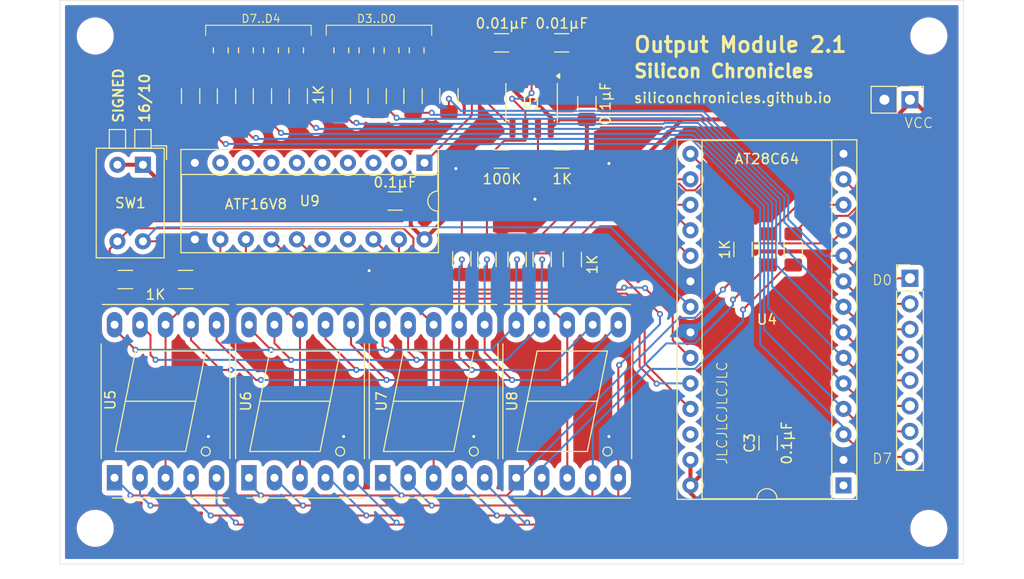
<source format=kicad_pcb>
(kicad_pcb (version 20240108) (generator "pcbnew") (generator_version "8.0")
  (title_block (title "Display Module") (date "2024-06-23") (rev "2.1") (company "Silicon Chronicles"))
  (layers (0 "F.Cu" signal) (31 "B.Cu" signal) (34 "B.Paste" user) (35 "F.Paste" user) (36 "B.SilkS" user "B.Silkscreen") (37 "F.SilkS" user "F.Silkscreen") (38 "B.Mask" user) (39 "F.Mask" user) (44 "Edge.Cuts" user))
  (net 0 "")
  (net 1 "GND")
  (net 2 "Net-(U1-THR)")
  (net 3 "Net-(U1-CV)")
  (net 4 "D6")
  (net 5 "D1")
  (net 6 "D3")
  (net 7 "D5")
  (net 8 "D0")
  (net 9 "D7")
  (net 10 "D4")
  (net 11 "D2")
  (net 12 "Net-(D1-A)")
  (net 13 "Net-(D2-A)")
  (net 14 "VCC")
  (net 15 "Net-(U1-DIS)")
  (net 16 "Net-(U9-IO8)")
  (net 17 "Net-(D3-A)")
  (net 18 "Net-(U9-IO7)")
  (net 19 "Net-(D4-A)")
  (net 20 "Net-(U9-IO6)")
  (net 21 "Net-(D5-A)")
  (net 22 "Net-(D6-A)")
  (net 23 "Net-(U9-IO5)")
  (net 24 "Net-(U1-Q)")
  (net 25 "/SEG.F")
  (net 26 "/SEG.DP")
  (net 27 "/SEG.G")
  (net 28 "/SEG.E")
  (net 29 "/SEG.D")
  (net 30 "/SEG.C")
  (net 31 "/SEG.B")
  (net 34 "/SEG.A")
  (net 35 "Net-(U4-A8)")
  (net 36 "Net-(U4-A9)")
  (net 47 "Net-(D7-A)")
  (net 48 "Net-(D8-A)")
  (net 49 "Net-(U4-A11)")
  (net 50 "Net-(U4-A10)")
  (net 51 "Net-(U4-I{slash}O0)")
  (net 52 "Net-(U4-I{slash}O1)")
  (net 53 "Net-(U4-I{slash}O2)")
  (net 54 "Net-(U4-I{slash}O3)")
  (net 55 "Net-(U4-I{slash}O4)")
  (net 56 "Net-(U4-I{slash}O5)")
  (net 57 "Net-(U4-I{slash}O6)")
  (net 58 "Net-(U4-I{slash}O7)")
  (footprint "Capacitor_SMD:C_0805_2012Metric_Pad1.18x1.45mm_HandSolder" (layer "F.Cu") (at 73.5 33.185716 -90)
    (property "Reference" "D5" (hide yes))
    (property "Value" "LED" (hide yes))
  )
  (footprint "Package_SO:SOIC-8_3.9x4.9mm_P1.27mm" (layer "F.Cu") (at 96.95 38.4325 -90)
    (property "Reference" "U1")
    (property "Value" "7555")
  )
  (footprint "footprint-library:7SegmentLED_generic" (layer "F.Cu") (at 55.42 75.74 90)
    (property "Reference" "U5")
    (property "Value" "HDSP-7503" (hide yes))
  )
  (footprint "MountingHole:MountingHole_3.2mm_M3" (layer "F.Cu") (at 53.5 80.772)
    (property "Reference" "REF**" (hide yes))
    (property "Value" "MountingHole_3.2mm_M3")
  )
  (footprint "Capacitor_SMD:C_0805_2012Metric_Pad1.18x1.45mm_HandSolder" (layer "F.Cu") (at 66 33.185716 -90)
    (property "Reference" "D8" (hide yes))
    (property "Value" "LED" (hide yes))
  )
  (footprint "Resistor_SMD:R_1206_3216Metric_Pad1.30x1.75mm_HandSolder" (layer "F.Cu") (at 73.714288 37.735716 90)
    (property "Reference" "R17" (hide yes))
    (property "Value" "1K")
  )
  (footprint "Package_DIP:DIP-20_W7.62mm_Socket" (layer "F.Cu") (at 86.28 44.38 -90)
    (property "Reference" "U9")
    (property "Value" "ATF16V8")
  )
  (footprint "footprint-library:7SegmentLED_generic" (layer "F.Cu") (at 68.806666 75.74 90)
    (property "Reference" "U6")
    (property "Value" "HDSP-7503" (hide yes))
  )
  (footprint "Capacitor_SMD:C_1206_3216Metric_Pad1.33x1.80mm_HandSolder" (layer "F.Cu") (at 120.5 72.28125 90)
    (property "Reference" "C3")
    (property "Value" "0.1µF")
  )
  (footprint "Capacitor_SMD:C_0805_2012Metric_Pad1.18x1.45mm_HandSolder" (layer "F.Cu") (at 68.5 33.185716 -90)
    (property "Reference" "D7" (hide yes))
    (property "Value" "LED" (hide yes))
  )
  (footprint "Capacitor_SMD:C_0805_2012Metric_Pad1.18x1.45mm_HandSolder" (layer "F.Cu") (at 85.5 33.185716 -90)
    (property "Reference" "D1" (hide yes))
    (property "Value" "LED" (hide yes))
  )
  (footprint "Connector_PinHeader_2.54mm:PinHeader_1x02_P2.54mm_Vertical" (layer "F.Cu") (at 134.62 38.1 -90)
    (property "Reference" "J3" (hide yes))
    (property "Value" "Conn_01x02_Pin" (hide yes))
  )
  (footprint "Resistor_SMD:R_1206_3216Metric_Pad1.30x1.75mm_HandSolder" (layer "F.Cu") (at 123 53 -90)
    (property "Reference" "R5" (hide yes))
    (property "Value" "1K")
  )
  (footprint "Resistor_SMD:R_1206_3216Metric_Pad1.30x1.75mm_HandSolder" (layer "F.Cu") (at 78 37.735716 90)
    (property "Reference" "R16" (hide yes))
    (property "Value" "1K")
  )
  (footprint "Resistor_SMD:R_1206_3216Metric_Pad1.30x1.75mm_HandSolder" (layer "F.Cu") (at 90 53.95 -90)
    (property "Reference" "R9" (hide yes))
    (property "Value" "1K")
  )
  (footprint "Resistor_SMD:R_1206_3216Metric_Pad1.30x1.75mm_HandSolder" (layer "F.Cu") (at 120.5 53 -90)
    (property "Reference" "R4" (hide yes))
    (property "Value" "1K")
  )
  (footprint "Resistor_SMD:R_1206_3216Metric_Pad1.30x1.75mm_HandSolder" (layer "F.Cu") (at 92.5 54 -90)
    (property "Reference" "R6" (hide yes))
    (property "Value" "1K")
  )
  (footprint "Capacitor_SMD:C_0805_2012Metric_Pad1.18x1.45mm_HandSolder" (layer "F.Cu") (at 80.5 33.185716 -90)
    (property "Reference" "D3" (hide yes))
    (property "Value" "LED" (hide yes))
  )
  (footprint "Capacitor_SMD:C_0805_2012Metric_Pad1.18x1.45mm_HandSolder" (layer "F.Cu") (at 83 33.185716 -90)
    (property "Reference" "D2" (hide yes))
    (property "Value" "LED" (hide yes))
  )
  (footprint "footprint-library:7SegmentLED_generic" (layer "F.Cu") (at 82.113332 75.74 90)
    (property "Reference" "U7")
    (property "Value" "HDSP-7503" (hide yes))
  )
  (footprint "Resistor_SMD:R_1206_3216Metric_Pad1.30x1.75mm_HandSolder" (layer "F.Cu") (at 99.95 44 180)
    (property "Reference" "R1" (hide yes))
    (property "Value" "1K")
  )
  (footprint "Resistor_SMD:R_1206_3216Metric_Pad1.30x1.75mm_HandSolder" (layer "F.Cu") (at 70.14286 37.735716 90)
    (property "Reference" "R18" (hide yes))
    (property "Value" "1K")
  )
  (footprint "Resistor_SMD:R_1206_3216Metric_Pad1.30x1.75mm_HandSolder" (layer "F.Cu") (at 88.714284 37.735716 90)
    (property "Reference" "R13" (hide yes))
    (property "Value" "1K")
  )
  (footprint "Resistor_SMD:R_1206_3216Metric_Pad1.30x1.75mm_HandSolder" (layer "F.Cu") (at 56.5 56)
    (property "Reference" "R7" (hide yes))
    (property "Value" "1K")
  )
  (footprint "Capacitor_SMD:C_1206_3216Metric_Pad1.33x1.80mm_HandSolder" (layer "F.Cu") (at 99.95 32.4325)
    (property "Reference" "C1" (hide yes))
    (property "Value" "0.01µF")
  )
  (footprint "MountingHole:MountingHole_3.2mm_M3" (layer "F.Cu") (at 136.5 80.772)
    (property "Reference" "REF**" (hide yes))
    (property "Value" "MountingHole_3.2mm_M3")
  )
  (footprint "footprint-library:7SegmentLED_generic" (layer "F.Cu") (at 95.42 75.74 90)
    (property "Reference" "U8")
    (property "Value" "HDSP-7503" (hide yes))
  )
  (footprint "Resistor_SMD:R_1206_3216Metric_Pad1.30x1.75mm_HandSolder" (layer "F.Cu") (at 81.571428 37.735716 90)
    (property "Reference" "R15" (hide yes))
    (property "Value" "1K")
  )
  (footprint "Package_DIP:DIP-28_W15.24mm_Socket" (layer "F.Cu") (at 128 76.5 180)
    (property "Reference" "U4")
    (property "Value" "AT28C64")
  )
  (footprint "Capacitor_SMD:C_1206_3216Metric_Pad1.33x1.80mm_HandSolder" (layer "F.Cu") (at 93.95 32.4325)
    (property "Reference" "C2" (hide yes))
    (property "Value" "0.01µF")
  )
  (footprint "Capacitor_SMD:C_1206_3216Metric_Pad1.33x1.80mm_HandSolder" (layer "F.Cu") (at 102.45 38.495 90)
    (property "Reference" "C4" (hide yes))
    (property "Value" "0.1µF")
  )
  (footprint "Resistor_SMD:R_1206_3216Metric_Pad1.30x1.75mm_HandSolder" (layer "F.Cu") (at 95.5 54 -90)
    (property "Reference" "R11" (hide yes))
    (property "Value" "1K")
  )
  (footprint "Capacitor_SMD:C_1206_3216Metric_Pad1.33x1.80mm_HandSolder" (layer "F.Cu") (at 83.355 48.18 180)
    (property "Reference" "C5" (hide yes))
    (property "Value" "0.1µF")
  )
  (footprint "Resistor_SMD:R_1206_3216Metric_Pad1.30x1.75mm_HandSolder" (layer "F.Cu") (at 62.5 56 180)
    (property "Reference" "R8" (hide yes))
    (property "Value" "1K")
  )
  (footprint "MountingHole:MountingHole_3.2mm_M3" (layer "F.Cu") (at 53.5 31.75)
    (property "Reference" "REF**" (hide yes))
    (property "Value" "MountingHole_3.2mm_M3")
  )
  (footprint "Resistor_SMD:R_1206_3216Metric_Pad1.30x1.75mm_HandSolder" (layer "F.Cu") (at 93.95 44)
    (property "Reference" "R2" (hide yes))
    (property "Value" "100K")
  )
  (footprint "Button_Switch_THT:SW_DIP_SPSTx02_Piano_10.8x6.64mm_W7.62mm_P2.54mm" (layer "F.Cu") (at 58.25 44.575 -90)
    (property "Reference" "SW1")
    (property "Value" "SW_DIP_x02")
  )
  (footprint "Resistor_SMD:R_1206_3216Metric_Pad1.30x1.75mm_HandSolder" (layer "F.Cu") (at 118 53 -90)
    (property "Reference" "R3" (hide yes))
    (property "Value" "1K")
  )
  (footprint "Resistor_SMD:R_1206_3216Metric" (layer "F.Cu") (at 63 37.735716 90)
    (property "Reference" "R20" (hide yes))
    (property "Value" "1K")
  )
  (footprint "Resistor_SMD:R_1206_3216Metric_Pad1.30x1.75mm_HandSolder" (layer "F.Cu") (at 98 54 -90)
    (property "Reference" "R10" (hide yes))
    (property "Value" "1K")
  )
  (footprint "Capacitor_SMD:C_0805_2012Metric_Pad1.18x1.45mm_HandSolder" (layer "F.Cu") (at 71 33.185716 -90)
    (property "Reference" "D6" (hide yes))
    (property "Value" "LED" (hide yes))
  )
  (footprint "Resistor_SMD:R_1206_3216Metric_Pad1.30x1.75mm_HandSolder" (layer "F.Cu") (at 66.571432 37.735716 90)
    (property "Reference" "R19" (hide yes))
    (property "Value" "1K")
  )
  (footprint "Connector_PinHeader_2.54mm:PinHeader_1x08_P2.54mm_Vertical" (layer "F.Cu") (at 134.62 55.88)
    (property "Reference" "J1" (hide yes))
    (property "Value" "Conn_01x08_Pin" (hide yes))
  )
  (footprint "Capacitor_SMD:C_0805_2012Metric_Pad1.18x1.45mm_HandSolder" (layer "F.Cu") (at 78 33.185716 -90)
    (property "Reference" "D4" (hide yes))
    (property "Value" "LED" (hide yes))
  )
  (footprint "Resistor_SMD:R_1206_3216Metric_Pad1.30x1.75mm_HandSolder" (layer "F.Cu") (at 85.142856 37.735716 90)
    (property "Reference" "R14" (hide yes))
    (property "Value" "1K")
  )
  (footprint "MountingHole:MountingHole_3.2mm_M3" (layer "F.Cu") (at 136.5 31.75)
    (property "Reference" "REF**" (hide yes))
    (property "Value" "MountingHole_3.2mm_M3")
  )
  (footprint "Resistor_SMD:R_1206_3216Metric_Pad1.30x1.75mm_HandSolder" (layer "F.Cu") (at 101 54 -90)
    (property "Reference" "R12" (hide yes))
    (property "Value" "1K")
  )
  (gr_line (start 75 30.685716) (end 75 31.685716) (stroke (width 0.1)) (layer "F.SilkS"))
  (gr_line (start 87 30.685716) (end 87 31.685716) (stroke (width 0.1)) (layer "F.SilkS"))
  (gr_line (start 64.5 31.685716) (end 64.5 30.685716) (stroke (width 0.1)) (layer "F.SilkS"))
  (gr_line (start 76.5 30.685716) (end 87 30.685716) (stroke (width 0.1)) (layer "F.SilkS"))
  (gr_line (start 76.5 31.685716) (end 76.5 30.685716) (stroke (width 0.1)) (layer "F.SilkS"))
  (gr_line (start 64.5 30.685716) (end 75 30.685716) (stroke (width 0.1)) (layer "F.SilkS"))
  (gr_rect (start 50 28.194) (end 139.954 84.328) (stroke (width 0.05)) (fill none) (layer "Edge.Cuts"))
  (gr_text "D7..D4" (at 70 30.5 0) (layer "F.SilkS") (effects (font (size 0.8 0.8) (thickness 0.1)) (justify bottom)))
  (gr_text "16/10" (at 59 40.5 90) (layer "F.SilkS") (effects (font (size 1 1) (thickness 0.2) (bold yes)) (justify left bottom)))
  (gr_text "D0\n" (at 130.81 56.642 0) (layer "F.SilkS") (effects (font (size 1 1) (thickness 0.1)) (justify left bottom)))
  (gr_text "siliconchronicles.github.io" (at 107.046136 38.5 0) (layer "F.SilkS") (effects (font (size 1 1) (thickness 0.1625)) (justify left bottom)))
  (gr_text "Output Module 2.1" (at 107 33.5 0) (layer "F.SilkS") (effects (font (size 1.5 1.5) (thickness 0.3) (bold yes)) (justify left bottom)))
  (gr_text "JLCJLCJLCJLC" (at 116.5 74.5 90) (layer "F.SilkS") (effects (font (size 1 1) (thickness 0.1)) (justify left bottom)))
  (gr_text "D7\n" (at 130.81 74.422 0) (layer "F.SilkS") (effects (font (size 1 1) (thickness 0.1)) (justify left bottom)))
  (gr_text "D3..D0" (at 81.5 30.5 0) (layer "F.SilkS") (effects (font (size 0.8 0.8) (thickness 0.1)) (justify bottom)))
  (gr_text "Silicon Chronicles" (at 107 36 0) (layer "F.SilkS") (effects (font (size 1.3 1.3) (thickness 0.3) (bold yes)) (justify left bottom)))
  (gr_text "VCC\n" (at 134 41 0) (layer "F.SilkS") (effects (font (size 1 1) (thickness 0.1)) (justify left bottom)))
  (gr_text "SIGNED" (at 56.388 40.5 90) (layer "F.SilkS") (effects (font (size 1 1) (thickness 0.2) (bold yes)) (justify left bottom)))
  (via (at 91.186 71.628) (size 0.6) (drill 0.3) (layers "F.Cu" "B.Cu") (net 1))
  (via (at 104.648 71.628) (size 0.6) (drill 0.3) (layers "F.Cu" "B.Cu") (net 1))
  (via (at 64.77 71.628) (size 0.6) (drill 0.3) (layers "F.Cu" "B.Cu") (net 1))
  (via (at 78.232 71.628) (size 0.6) (drill 0.3) (layers "F.Cu" "B.Cu") (net 1))
  (via (at 80.772 55.118) (size 0.6) (drill 0.3) (layers "F.Cu" "B.Cu") (net 1))
  (via (at 97.282 48.006) (size 0.6) (drill 0.3) (layers "F.Cu" "B.Cu") (net 1))
  (via (at 104.648 44.45) (size 0.6) (drill 0.3) (layers "F.Cu" "B.Cu") (net 1))
  (via (at 89.408 44.958) (size 0.6) (drill 0.3) (layers "F.Cu" "B.Cu") (net 1))
  (segment (start 96.315 39.315) (end 96.315 40.9075) (width 0.2) (layer "F.Cu") (net 2))
  (segment (start 97.585 33.235) (end 97.585 35.9575) (width 0.2) (layer "F.Cu") (net 2))
  (segment (start 95 38) (end 96.315 39.315) (width 0.2) (layer "F.Cu") (net 2))
  (segment (start 98.3875 32.4325) (end 97.585 33.235) (width 0.2) (layer "F.Cu") (net 2))
  (segment (start 96.315 40.9075) (end 96.315 42.185) (width 0.2) (layer "F.Cu") (net 2))
  (segment (start 94.215 42.185) (end 92.4 44) (width 0.2) (layer "F.Cu") (net 2))
  (segment (start 96.95 36.5925) (end 97.585 35.9575) (width 0.2) (layer "F.Cu") (net 2))
  (segment (start 96.95 37.4325) (end 96.95 36.5925) (width 0.2) (layer "F.Cu") (net 2))
  (segment (start 96.315 42.185) (end 94.215 42.185) (width 0.2) (layer "F.Cu") (net 2))
  (via (at 95 38) (size 0.6) (drill 0.3) (layers "F.Cu" "B.Cu") (net 2))
  (via (at 96.95 37.4325) (size 0.6) (drill 0.3) (layers "F.Cu" "B.Cu") (net 2))
  (segment (start 95 38) (end 96.3825 38) (width 0.2) (layer "B.Cu") (net 2))
  (segment (start 96.3825 38) (end 96.95 37.4325) (width 0.2) (layer "B.Cu") (net 2))
  (segment (start 92.3875 32.4325) (end 92.3875 38.25) (width 0.2) (layer "F.Cu") (net 3))
  (segment (start 92.3875 38.25) (end 95.045 40.9075) (width 0.2) (layer "F.Cu") (net 3))
  (segment (start 135 70.74) (end 134.62 71.12) (width 0.2) (layer "F.Cu") (net 4))
  (segment (start 69.5 41.9) (end 69.185716 41.9) (width 0.2) (layer "F.Cu") (net 4))
  (segment (start 66.5 39.357148) (end 66.571432 39.285716) (width 0.2) (layer "F.Cu") (net 4))
  (segment (start 69.185716 41.9) (end 66.571432 39.285716) (width 0.2) (layer "F.Cu") (net 4))
  (segment (start 134.62 71.12) (end 130.24 71.12) (width 0.2) (layer "F.Cu") (net 4))
  (segment (start 130.24 71.12) (end 128 68.88) (width 0.2) (layer "F.Cu") (net 4))
  (via (at 69.5 41.9) (size 0.6) (drill 0.3) (layers "F.Cu" "B.Cu") (net 4))
  (segment (start 120.1 60.98) (end 128 68.88) (width 0.2) (layer "B.Cu") (net 4))
  (segment (start 110.276496 42) (end 110.676497 41.6) (width 0.2) (layer "B.Cu") (net 4))
  (segment (start 69.6 42) (end 110.276496 42) (width 0.2) (layer "B.Cu") (net 4))
  (segment (start 110.676497 41.6) (end 113.001321 41.6) (width 0.2) (layer "B.Cu") (net 4))
  (segment (start 120.1 48.698679) (end 120.1 60.98) (width 0.2) (layer "B.Cu") (net 4))
  (segment (start 113.001321 41.6) (end 120.1 48.698679) (width 0.2) (layer "B.Cu") (net 4))
  (segment (start 69.5 41.9) (end 69.6 42) (width 0.2) (layer "B.Cu") (net 4))
  (segment (start 85 39.428572) (end 85.142856 39.285716) (width 0.2) (layer "F.Cu") (net 5))
  (segment (start 87 39.4) (end 85.25714 39.4) (width 0.2) (layer "F.Cu") (net 5))
  (segment (start 130.24 58.42) (end 128 56.18) (width 0.2) (layer "F.Cu") (net 5))
  (segment (start 85.25714 39.4) (end 85.142856 39.285716) (width 0.2) (layer "F.Cu") (net 5))
  (segment (start 134.072 58.42) (end 130.24 58.42) (width 0.2) (layer "F.Cu") (net 5))
  (via (at 87 39.4) (size 0.6) (drill 0.3) (layers "F.Cu" "B.Cu") (net 5))
  (segment (start 128 56.18) (end 122.1 50.28) (width 0.2) (layer "B.Cu") (net 5))
  (segment (start 122.1 47.870249) (end 113.82975 39.6) (width 0.2) (layer "B.Cu") (net 5))
  (segment (start 112.5 39.6) (end 87.2 39.6) (width 0.2) (layer "B.Cu") (net 5))
  (segment (start 122.1 50.28) (end 122.1 47.870249) (width 0.2) (layer "B.Cu") (net 5))
  (segment (start 113.82975 39.6) (end 112.5 39.6) (width 0.2) (layer "B.Cu") (net 5))
  (segment (start 87.2 39.6) (end 87 39.4) (width 0.2) (layer "B.Cu") (net 5))
  (segment (start 79.114284 40.4) (end 78 39.285716) (width 0.2) (layer "F.Cu") (net 6))
  (segment (start 130.24 63.5) (end 128 61.26) (width 0.2) (layer "F.Cu") (net 6))
  (segment (start 134.62 63.5) (end 130.24 63.5) (width 0.2) (layer "F.Cu") (net 6))
  (segment (start 79.5 40.4) (end 79.114284 40.4) (width 0.2) (layer "F.Cu") (net 6))
  (segment (start 135 63.12) (end 134.62 63.5) (width 0.2) (layer "F.Cu") (net 6))
  (via (at 79.5 40.4) (size 0.6) (drill 0.3) (layers "F.Cu" "B.Cu") (net 6))
  (segment (start 128 61.26) (end 121.3 54.56) (width 0.2) (layer "B.Cu") (net 6))
  (segment (start 110.179442 40.4) (end 110.079442 40.5) (width 0.2) (layer "B.Cu") (net 6))
  (segment (start 113.498377 40.4) (end 110.179442 40.4) (width 0.2) (layer "B.Cu") (net 6))
  (segment (start 121.3 54.56) (end 121.3 48.201621) (width 0.2) (layer "B.Cu") (net 6))
  (segment (start 79.6 40.5) (end 79.5 40.4) (width 0.2) (layer "B.Cu") (net 6))
  (segment (start 121.3 48.201621) (end 113.498377 40.4) (width 0.2) (layer "B.Cu") (net 6))
  (segment (start 108 40.5) (end 79.6 40.5) (width 0.2) (layer "B.Cu") (net 6))
  (segment (start 110.079442 40.5) (end 108 40.5) (width 0.2) (layer "B.Cu") (net 6))
  (segment (start 130.24 68.58) (end 128 66.34) (width 0.2) (layer "F.Cu") (net 7))
  (segment (start 135 68.2) (end 134.62 68.58) (width 0.2) (layer "F.Cu") (net 7))
  (segment (start 70.14286 39.54286) (end 70.14286 39.285716) (width 0.2) (layer "F.Cu") (net 7))
  (segment (start 70 39.428576) (end 70.14286 39.285716) (width 0.2) (layer "F.Cu") (net 7))
  (segment (start 134.62 68.58) (end 130.24 68.58) (width 0.2) (layer "F.Cu") (net 7))
  (segment (start 72 41.4) (end 70.14286 39.54286) (width 0.2) (layer "F.Cu") (net 7))
  (via (at 72 41.4) (size 0.6) (drill 0.3) (layers "F.Cu" "B.Cu") (net 7))
  (segment (start 113.167007 41.2) (end 110.510812 41.2) (width 0.2) (layer "B.Cu") (net 7))
  (segment (start 72.1 41.5) (end 72 41.4) (width 0.2) (layer "B.Cu") (net 7))
  (segment (start 107 41.5) (end 72.1 41.5) (width 0.2) (layer "B.Cu") (net 7))
  (segment (start 120.5 48.532993) (end 113.167007 41.2) (width 0.2) (layer "B.Cu") (net 7))
  (segment (start 120.5 58.84) (end 120.5 48.532993) (width 0.2) (layer "B.Cu") (net 7))
  (segment (start 128 66.34) (end 120.5 58.84) (width 0.2) (layer "B.Cu") (net 7))
  (segment (start 110.510812 41.2) (end 110.210812 41.5) (width 0.2) (layer "B.Cu") (net 7))
  (segment (start 110.210812 41.5) (end 107 41.5) (width 0.2) (layer "B.Cu") (net 7))
  (segment (start 134.62 55.88) (end 130.24 55.88) (width 0.2) (layer "F.Cu") (net 8))
  (segment (start 88.714284 38) (end 88.714284 39.285716) (width 0.2) (layer "F.Cu") (net 8))
  (segment (start 130.24 55.88) (end 128 53.64) (width 0.2) (layer "F.Cu") (net 8))
  (segment (start 88.5 39.5) (end 88.714284 39.285716) (width 0.2) (layer "F.Cu") (net 8))
  (segment (start 135 55.5) (end 134.62 55.88) (width 0.2) (layer "F.Cu") (net 8))
  (via (at 88.714284 38) (size 0.6) (drill 0.3) (layers "F.Cu" "B.Cu") (net 8))
  (segment (start 126.14 53.64) (end 128 53.64) (width 0.2) (layer "B.Cu") (net 8))
  (segment (start 88.714284 38) (end 89.914284 39.2) (width 0.2) (layer "B.Cu") (net 8))
  (segment (start 89.914284 39.2) (end 113.995436 39.2) (width 0.2) (layer "B.Cu") (net 8))
  (segment (start 113.995436 39.2) (end 122.5 47.704564) (width 0.2) (layer "B.Cu") (net 8))
  (segment (start 122.5 50) (end 126.14 53.64) (width 0.2) (layer "B.Cu") (net 8))
  (segment (start 122.5 47.704564) (end 122.5 50) (width 0.2) (layer "B.Cu") (net 8))
  (segment (start 135 73.28) (end 134.62 73.66) (width 0.2) (layer "F.Cu") (net 9))
  (segment (start 130.24 73.66) (end 128 71.42) (width 0.2) (layer "F.Cu") (net 9))
  (segment (start 66.301784 42.5) (end 63 39.198216) (width 0.2) (layer "F.Cu") (net 9))
  (segment (start 66.5 42.5) (end 66.301784 42.5) (width 0.2) (layer "F.Cu") (net 9))
  (segment (start 134.62 73.66) (end 130.24 73.66) (width 0.2) (layer "F.Cu") (net 9))
  (via (at 66.5 42.5) (size 0.6) (drill 0.3) (layers "F.Cu" "B.Cu") (net 9))
  (segment (start 128 70.71) (end 128 71.42) (width 0.2) (layer "B.Cu") (net 9))
  (segment (start 66.5 42.5) (end 110.342182 42.5) (width 0.2) (layer "B.Cu") (net 9))
  (segment (start 112.835635 42) (end 119.7 48.864365) (width 0.2) (layer "B.Cu") (net 9))
  (segment (start 119.7 62.41) (end 128 70.71) (width 0.2) (layer "B.Cu") (net 9))
  (segment (start 110.342182 42.5) (end 110.842182 42) (width 0.2) (layer "B.Cu") (net 9))
  (segment (start 119.7 48.864365) (end 119.7 62.41) (width 0.2) (layer "B.Cu") (net 9))
  (segment (start 110.842182 42) (end 112.835635 42) (width 0.2) (layer "B.Cu") (net 9))
  (segment (start 134.62 66.04) (end 130.24 66.04) (width 0.2) (layer "F.Cu") (net 10))
  (segment (start 135 65.66) (end 134.62 66.04) (width 0.2) (layer "F.Cu") (net 10))
  (segment (start 75.5 40.9) (end 75.328572 40.9) (width 0.2) (layer "F.Cu") (net 10))
  (segment (start 130.24 66.04) (end 128 63.8) (width 0.2) (layer "F.Cu") (net 10))
  (segment (start 75.328572 40.9) (end 73.714288 39.285716) (width 0.2) (layer "F.Cu") (net 10))
  (via (at 75.5 40.9) (size 0.6) (drill 0.3) (layers "F.Cu" "B.Cu") (net 10))
  (segment (start 75.5 40.9) (end 75.6 41) (width 0.2) (layer "B.Cu") (net 10))
  (segment (start 110.145127 41) (end 110.345127 40.8) (width 0.2) (layer "B.Cu") (net 10))
  (segment (start 120.9 56.7) (end 128 63.8) (width 0.2) (layer "B.Cu") (net 10))
  (segment (start 113.332692 40.8) (end 120.9 48.367307) (width 0.2) (layer "B.Cu") (net 10))
  (segment (start 120.9 48.367307) (end 120.9 56.7) (width 0.2) (layer "B.Cu") (net 10))
  (segment (start 110.345127 40.8) (end 113.332692 40.8) (width 0.2) (layer "B.Cu") (net 10))
  (segment (start 75.6 41) (end 110.145127 41) (width 0.2) (layer "B.Cu") (net 10))
  (segment (start 83.5 39.9) (end 82.885716 39.285716) (width 0.2) (layer "F.Cu") (net 11))
  (segment (start 130.24 60.96) (end 128 58.72) (width 0.2) (layer "F.Cu") (net 11))
  (segment (start 82.885716 39.285716) (end 81.571428 39.285716) (width 0.2) (layer "F.Cu") (net 11))
  (segment (start 134.62 60.96) (end 130.24 60.96) (width 0.2) (layer "F.Cu") (net 11))
  (segment (start 135 60.58) (end 134.62 60.96) (width 0.2) (layer "F.Cu") (net 11))
  (segment (start 81.5 39.357144) (end 81.571428 39.285716) (width 0.2) (layer "F.Cu") (net 11))
  (via (at 83.5 39.9) (size 0.6) (drill 0.3) (layers "F.Cu" "B.Cu") (net 11))
  (segment (start 83.6 40) (end 83.5 39.9) (width 0.2) (layer "B.Cu") (net 11))
  (segment (start 113.664065 40) (end 83.6 40) (width 0.2) (layer "B.Cu") (net 11))
  (segment (start 128 58.72) (end 121.7 52.42) (width 0.2) (layer "B.Cu") (net 11))
  (segment (start 121.7 48.035935) (end 113.664065 40) (width 0.2) (layer "B.Cu") (net 11))
  (segment (start 121.7 52.42) (end 121.7 48.035935) (width 0.2) (layer "B.Cu") (net 11))
  (segment (start 88.714284 36.185716) (end 87.4625 36.185716) (width 0.2) (layer "F.Cu") (net 12))
  (segment (start 87.4625 36.185716) (end 85.5 34.223216) (width 0.2) (layer "F.Cu") (net 12))
  (segment (start 84.9625 36.185716) (end 83 34.223216) (width 0.2) (layer "F.Cu") (net 13))
  (segment (start 85.142856 36.185716) (end 84.9625 36.185716) (width 0.2) (layer "F.Cu") (net 13))
  (segment (start 137.5 40.726) (end 137.5 74) (width 0.4) (layer "F.Cu") (net 14))
  (segment (start 120.5 73.84375) (end 115.41625 73.84375) (width 0.4) (layer "F.Cu") (net 14))
  (segment (start 83.2195 46.482) (end 84.9175 48.18) (width 0.4) (layer "F.Cu") (net 14))
  (segment (start 137.5 74) (end 132 79.5) (width 0.4) (layer "F.Cu") (net 14))
  (segment (start 134.907 38.133) (end 137.5 40.726) (width 0.4) (layer "F.Cu") (net 14))
  (segment (start 112.76 73.96) (end 112.76 76.5) (width 0.4) (layer "F.Cu") (net 14))
  (segment (start 108 40.0575) (end 111.9425 40.0575) (width 0.4) (layer "F.Cu") (net 14))
  (segment (start 84.9175 50.6375) (end 86.28 52) (width 0.4) (layer "F.Cu") (net 14))
  (segment (start 115.41625 73.84375) (end 112.76 76.5) (width 0.4) (layer "F.Cu") (net 14))
  (segment (start 92.78 45.5) (end 86.28 52) (width 0.4) (layer "F.Cu") (net 14))
  (segment (start 106.5 45.5) (end 92.78 45.5) (width 0.4) (layer "F.Cu") (net 14))
  (segment (start 102.45 40.0575) (end 102.45 43.05) (width 0.4) (layer "F.Cu") (net 14))
  (segment (start 95.045 37.0275) (end 95.045 35.9575) (width 0.4) (layer "F.Cu") (net 14))
  (segment (start 98.855 39.855) (end 97.1325 38.1325) (width 0.4) (layer "F.Cu") (net 14))
  (segment (start 60.157 46.482) (end 83.2195 46.482) (width 0.4) (layer "F.Cu") (net 14))
  (segment (start 97.1325 38.1325) (end 96.15 38.1325) (width 0.4) (layer "F.Cu") (net 14))
  (segment (start 108 40.0575) (end 132.9825 40.0575) (width 0.4) (layer "F.Cu") (net 14))
  (segment (start 96.15 38.1325) (end 95.045 37.0275) (width 0.4) (layer "F.Cu") (net 14))
  (segment (start 58.25 44.575) (end 60.157 46.482) (width 0.4) (layer "F.Cu") (net 14))
  (segment (start 102.45 43.05) (end 101.5 44) (width 0.4) (layer "F.Cu") (net 14))
  (segment (start 108 40.0575) (end 102.45 40.0575) (width 0.4) (layer "F.Cu") (net 14))
  (segment (start 132 79.5) (end 115 79.5) (width 0.4) (layer "F.Cu") (net 14))
  (segment (start 111.9425 40.0575) (end 106.5 45.5) (width 0.4) (layer "F.Cu") (net 14))
  (segment (start 84.9175 48.18) (end 84.9175 50.6375) (width 0.4) (layer "F.Cu") (net 14))
  (segment (start 112.76 77.26) (end 112.76 76.5) (width 0.4) (layer "F.Cu") (net 14))
  (segment (start 98.855 40.9075) (end 98.855 39.855) (width 0.4) (layer "F.Cu") (net 14))
  (segment (start 115 79.5) (end 112.76 77.26) (width 0.4) (layer "F.Cu") (net 14))
  (segment (start 102.45 40.0575) (end 99.705 40.0575) (width 0.4) (layer "F.Cu") (net 14))
  (segment (start 132.9825 40.0575) (end 134.907 38.133) (width 0.4) (layer "F.Cu") (net 14))
  (segment (start 55.71 44.575) (end 58.25 44.575) (width 0.4) (layer "F.Cu") (net 14))
  (segment (start 99.705 40.0575) (end 98.855 40.9075) (width 0.4) (layer "F.Cu") (net 14))
  (segment (start 95.5 44) (end 98.4 44) (width 0.2) (layer "F.Cu") (net 15))
  (segment (start 97.585 40.9075) (end 97.585 43.185) (width 0.2) (layer "F.Cu") (net 15))
  (segment (start 97.585 43.185) (end 98.4 44) (width 0.2) (layer "F.Cu") (net 15))
  (segment (start 65.96 57.04) (end 65.5 57.5) (width 0.2) (layer "F.Cu") (net 16))
  (segment (start 60.5 60.5) (end 60.5 75.74) (width 0.2) (layer "F.Cu") (net 16))
  (segment (start 63.5 57.5) (end 60.5 60.5) (width 0.2) (layer "F.Cu") (net 16))
  (segment (start 65.96 52) (end 65.96 57.04) (width 0.2) (layer "F.Cu") (net 16))
  (segment (start 65.5 57.5) (end 63.5 57.5) (width 0.2) (layer "F.Cu") (net 16))
  (segment (start 81.571428 35.294644) (end 80.5 34.223216) (width 0.2) (layer "F.Cu") (net 17))
  (segment (start 81.571428 36.185716) (end 81.571428 35.294644) (width 0.2) (layer "F.Cu") (net 17))
  (segment (start 73.886666 60.5) (end 68.5 55.113334) (width 0.2) (layer "F.Cu") (net 18))
  (segment (start 73.886666 60.5) (end 73.886666 75.74) (width 0.2) (layer "F.Cu") (net 18))
  (segment (start 68.5 55.113334) (end 68.5 52) (width 0.2) (layer "F.Cu") (net 18))
  (segment (start 78 36.185716) (end 78 34.223216) (width 0.2) (layer "F.Cu") (net 19))
  (segment (start 76.698 57.658) (end 84.351332 57.658) (width 0.2) (layer "F.Cu") (net 20))
  (segment (start 71.04 52) (end 76.698 57.658) (width 0.2) (layer "F.Cu") (net 20))
  (segment (start 84.351332 57.658) (end 87.193332 60.5) (width 0.2) (layer "F.Cu") (net 20))
  (segment (start 87.193332 60.5) (end 87.193332 75.74) (width 0.2) (layer "F.Cu") (net 20))
  (segment (start 73.714288 36.185716) (end 73.714288 34.437504) (width 0.2) (layer "F.Cu") (net 21))
  (segment (start 73.714288 34.437504) (end 73.5 34.223216) (width 0.2) (layer "F.Cu") (net 21))
  (segment (start 70.14286 35.080356) (end 71 34.223216) (width 0.2) (layer "F.Cu") (net 22))
  (segment (start 70.14286 36.185716) (end 70.14286 35.080356) (width 0.2) (layer "F.Cu") (net 22))
  (segment (start 78.68 57.1) (end 84.359018 57.1) (width 0.2) (layer "F.Cu") (net 23))
  (segment (start 98.42 58.42) (end 100.5 60.5) (width 0.2) (layer "F.Cu") (net 23))
  (segment (start 100.5 60.5) (end 100.5 75.74) (width 0.2) (layer "F.Cu") (net 23))
  (segment (start 84.359018 57.1) (end 85.679018 58.42) (width 0.2) (layer "F.Cu") (net 23))
  (segment (start 85.679018 58.42) (end 98.42 58.42) (width 0.2) (layer "F.Cu") (net 23))
  (segment (start 73.58 52) (end 78.68 57.1) (width 0.2) (layer "F.Cu") (net 23))
  (segment (start 93 31) (end 91.486378 31) (width 0.2) (layer "F.Cu") (net 24))
  (segment (start 96.315 35.611948) (end 94 33.296948) (width 0.2) (layer "F.Cu") (net 24))
  (segment (start 91.486378 31) (end 91 31.486378) (width 0.2) (layer "F.Cu") (net 24))
  (segment (start 91 31.486378) (end 91 39.66) (width 0.2) (layer "F.Cu") (net 24))
  (segment (start 96.315 35.9575) (end 96.315 35.611948) (width 0.2) (layer "F.Cu") (net 24))
  (segment (start 91 39.66) (end 86.28 44.38) (width 0.2) (layer "F.Cu") (net 24))
  (segment (start 94 33.296948) (end 94 32) (width 0.2) (layer "F.Cu") (net 24))
  (segment (start 94 32) (end 93 31) (width 0.2) (layer "F.Cu") (net 24))
  (segment (start 59 63.5) (end 59 61.54) (width 0.2) (layer "F.Cu") (net 25))
  (segment (start 59 61.54) (end 57.96 60.5) (width 0.2) (layer "F.Cu") (net 25))
  (segment (start 84.653332 63.153332) (end 85.5 64) (width 0.2) (layer "F.Cu") (net 25))
  (segment (start 98 55.55) (end 98 54) (width 0.2) (layer "F.Cu") (net 25))
  (segment (start 71.346666 60.5) (end 71.346666 62.346666) (width 0.2) (layer "F.Cu") (net 25))
  (segment (start 59.5 64) (end 59 63.5) (width 0.2) (layer "F.Cu") (net 25))
  (segment (start 84.653332 60.5) (end 84.653332 63.153332) (width 0.2) (layer "F.Cu") (net 25))
  (segment (start 71.346666 62.346666) (end 73 64) (width 0.2) (layer "F.Cu") (net 25))
  (via (at 98 54) (size 0.6) (drill 0.3) (layers "F.Cu" "B.Cu") (net 25))
  (via (at 85.5 64) (size 0.6) (drill 0.3) (layers "F.Cu" "B.Cu") (net 25))
  (via (at 73 64) (size 0.6) (drill 0.3) (layers "F.Cu" "B.Cu") (net 25))
  (via (at 59.5 64) (size 0.6) (drill 0.3) (layers "F.Cu" "B.Cu") (net 25))
  (segment (start 97.96 54.04) (end 97.96 60.5) (width 0.2) (layer "B.Cu") (net 25))
  (segment (start 94.46 64) (end 59.5 64) (width 0.2) (layer "B.Cu") (net 25))
  (segment (start 98 54) (end 97.96 54.04) (width 0.2) (layer "B.Cu") (net 25))
  (segment (start 97.96 60.5) (end 94.46 64) (width 0.2) (layer "B.Cu") (net 25))
  (segment (start 105.664 64.516) (end 105.58 64.6) (width 0.2) (layer "F.Cu") (net 26))
  (segment (start 105.58 78.82) (end 105.58 75.74) (width 0.2) (layer "F.Cu") (net 26))
  (segment (start 101 55.55) (end 105.842 55.55) (width 0.2) (layer "F.Cu") (net 26))
  (segment (start 105.58 64.6) (end 105.58 75.74) (width 0.2) (layer "F.Cu") (net 26))
  (segment (start 68.5 80.4) (end 67.7 80.4) (width 0.2) (layer "F.Cu") (net 26))
  (segment (start 68.5 80.4) (end 104 80.4) (width 0.2) (layer "F.Cu") (net 26))
  (segment (start 105.842 55.55) (end 109.728 59.436) (width 0.2) (layer "F.Cu") (net 26))
  (segment (start 67.7 80.4) (end 67.5 80.2) (width 0.2) (layer "F.Cu") (net 26))
  (segment (start 104 80.4) (end 105.58 78.82) (width 0.2) (layer "F.Cu") (net 26))
  (via (at 67.5 80.2) (size 0.6) (drill 0.3) (layers "F.Cu" "B.Cu") (net 26))
  (via (at 83.5 80.2) (size 0.6) (drill 0.3) (layers "F.Cu" "B.Cu") (net 26))
  (via (at 105.664 64.516) (size 0.6) (drill 0.3) (layers "F.Cu" "B.Cu") (net 26))
  (via (at 96.5 80.2) (size 0.6) (drill 0.3) (layers "F.Cu" "B.Cu") (net 26))
  (via (at 109.728 59.436) (size 0.6) (drill 0.3) (layers "F.Cu" "B.Cu") (net 26))
  (segment (start 65.58 78.28) (end 65.58 75.74) (width 0.2) (layer "B.Cu") (net 26))
  (segment (start 78.966666 75.74) (end 83.5 80.273334) (width 0.2) (layer "B.Cu") (net 26))
  (segment (start 67.5 80.2) (end 65.58 78.28) (width 0.2) (layer "B.Cu") (net 26))
  (segment (start 96.5 80.4) (end 96.5 80.2) (width 0.2) (layer "B.Cu") (net 26))
  (segment (start 109.728 59.436) (end 109.728 60.452) (width 0.2) (layer "B.Cu") (net 26))
  (segment (start 92.273332 75.74) (end 92.273332 76.24) (width 0.2) (layer "B.Cu") (net 26))
  (segment (start 96.433332 80.4) (end 96.5 80.4) (width 0.2) (layer "B.Cu") (net 26))
  (segment (start 109.728 60.452) (end 105.664 64.516) (width 0.2) (layer "B.Cu") (net 26))
  (segment (start 92.273332 76.24) (end 96.433332 80.4) (width 0.2) (layer "B.Cu") (net 26))
  (segment (start 83.5 80.273334) (end 83.5 80.2) (width 0.2) (layer "B.Cu") (net 26))
  (segment (start 82.113332 60.5) (end 82.113332 62.613332) (width 0.2) (layer "F.Cu") (net 27))
  (segment (start 68.806666 60.5) (end 68.806666 60.806666) (width 0.2) (layer "F.Cu") (net 27))
  (segment (start 68.806666 60.806666) (end 71 63) (width 0.2) (layer "F.Cu") (net 27))
  (segment (start 95.5 55.55) (end 95.5 54) (width 0.2) (layer "F.Cu") (net 27))
  (segment (start 55.42 60.92) (end 55.42 60.5) (width 0.2) (layer "F.Cu") (net 27))
  (segment (start 82.113332 62.613332) (end 82.5 63) (width 0.2) (layer "F.Cu") (net 27))
  (segment (start 57.5 63) (end 55.42 60.92) (width 0.2) (layer "F.Cu") (net 27))
  (via (at 57.5 63) (size 0.6) (drill 0.3) (layers "F.Cu" "B.Cu") (net 27))
  (via (at 71 63) (size 0.6) (drill 0.3) (layers "F.Cu" "B.Cu") (net 27))
  (via (at 82.5 63) (size 0.6) (drill 0.3) (layers "F.Cu" "B.Cu") (net 27))
  (via (at 95.5 54) (size 0.6) (drill 0.3) (layers "F.Cu" "B.Cu") (net 27))
  (segment (start 93 62.92) (end 93 63) (width 0.2) (layer "B.Cu") (net 27))
  (segment (start 93 63) (end 90.5 63) (width 0.2) (layer "B.Cu") (net 27))
  (segment (start 95.42 54.08) (end 95.42 60.5) (width 0.2) (layer "B.Cu") (net 27))
  (segment (start 95.42 60.5) (end 93 62.92) (width 0.2) (layer "B.Cu") (net 27))
  (segment (start 95.5 54) (end 95.42 54.08) (width 0.2) (layer "B.Cu") (net 27))
  (segment (start 90.5 63) (end 57.5 63) (width 0.2) (layer "B.Cu") (net 27))
  (segment (start 95.42 75.74) (end 95.42 76.58) (width 0.2) (layer "F.Cu") (net 28))
  (segment (start 94.5 77.5) (end 59.151471 77.5) (width 0.2) (layer "F.Cu") (net 28))
  (segment (start 118 54.55) (end 118 55) (width 0.2) (layer "F.Cu") (net 28))
  (segment (start 59.151471 77.5) (end 57 77.5) (width 0.2) (layer "F.Cu") (net 28))
  (segment (start 95.42 76.58) (end 94.5 77.5) (width 0.2) (layer "F.Cu") (net 28))
  (segment (start 118 55) (end 116 57) (width 0.2) (layer "F.Cu") (net 28))
  (via (at 116 57) (size 0.6) (drill 0.3) (layers "F.Cu" "B.Cu") (net 28))
  (via (at 57 77.5) (size 0.6) (drill 0.3) (layers "F.Cu" "B.Cu") (net 28))
  (via (at 70 77.5) (size 0.6) (drill 0.3) (layers "F.Cu" "B.Cu") (net 28))
  (via (at 84 77.5) (size 0.6) (drill 0.3) (layers "F.Cu" "B.Cu") (net 28))
  (segment (start 82.24 75.74) (end 84 77.5) (width 0.2) (layer "B.Cu") (net 28))
  (segment (start 116 57.035635) (end 113.215635 59.82) (width 0.2) (layer "B.Cu") (net 28))
  (segment (start 57 77.32) (end 55.42 75.74) (width 0.2) (layer "B.Cu") (net 28))
  (segment (start 113.215635 59.82) (end 111.63 59.82) (width 0.2) (layer "B.Cu") (net 28))
  (segment (start 111.63 59.82) (end 95.71 75.74) (width 0.2) (layer "B.Cu") (net 28))
  (segment (start 82.113332 75.74) (end 82.24 75.74) (width 0.2) (layer "B.Cu") (net 28))
  (segment (start 57 77.5) (end 57 77.32) (width 0.2) (layer "B.Cu") (net 28))
  (segment (start 68.806666 76.306666) (end 70 77.5) (width 0.2) (layer "B.Cu") (net 28))
  (segment (start 116 57) (end 116 57.035635) (width 0.2) (layer "B.Cu") (net 28))
  (segment (start 68.806666 75.74) (end 68.806666 76.306666) (width 0.2) (layer "B.Cu") (net 28))
  (segment (start 95.71 75.74) (end 95.42 75.74) (width 0.2) (layer "B.Cu") (net 28))
  (segment (start 97 78.5) (end 74.190666 78.5) (width 0.2) (layer "F.Cu") (net 29))
  (segment (start 74.190666 78.5) (end 59 78.5) (width 0.2) (layer "F.Cu") (net 29))
  (segment (start 117.05 58) (end 117 58) (width 0.2) (layer "F.Cu") (net 29))
  (segment (start 97.96 75.74) (end 97.96 77.54) (width 0.2) (layer "F.Cu") (net 29))
  (segment (start 97.96 77.54) (end 97 78.5) (width 0.2) (layer "F.Cu") (net 29))
  (segment (start 120.5 54.55) (end 117.05 58) (width 0.2) (layer "F.Cu") (net 29))
  (via (at 74.190666 78.5) (size 0.6) (drill 0.3) (layers "F.Cu" "B.Cu") (net 29))
  (via (at 87 78.5) (size 0.6) (drill 0.3) (layers "F.Cu" "B.Cu") (net 29))
  (via (at 117 58) (size 0.6) (drill 0.3) (layers "F.Cu" "B.Cu") (net 29))
  (via (at 59 78.5) (size 0.6) (drill 0.3) (layers "F.Cu" "B.Cu") (net 29))
  (segment (start 71.346666 75.74) (end 74 78.393334) (width 0.2) (layer "B.Cu") (net 29))
  (segment (start 59 78.5) (end 57.96 77.46) (width 0.2) (layer "B.Cu") (net 29))
  (segment (start 113.215635 62.36) (end 110.36 62.36) (width 0.2) (layer "B.Cu") (net 29))
  (segment (start 57.96 77.46) (end 57.96 75.74) (width 0.2) (layer "B.Cu") (net 29))
  (segment (start 84.653332 75.74) (end 84.653332 76.153332) (width 0.2) (layer "B.Cu") (net 29))
  (segment (start 74 78.5) (end 74.190666 78.5) (width 0.2) (layer "B.Cu") (net 29))
  (segment (start 117 58) (end 117 58.575635) (width 0.2) (layer "B.Cu") (net 29))
  (segment (start 74 78.393334) (end 74 78.5) (width 0.2) (layer "B.Cu") (net 29))
  (segment (start 110.36 62.36) (end 97.96 74.76) (width 0.2) (layer "B.Cu") (net 29))
  (segment (start 97.96 74.76) (end 97.96 75.74) (width 0.2) (layer "B.Cu") (net 29))
  (segment (start 84.653332 76.153332) (end 87 78.5) (width 0.2) (layer "B.Cu") (net 29))
  (segment (start 117 58.575635) (end 113.215635 62.36) (width 0.2) (layer "B.Cu") (net 29))
  (segment (start 65 79.5) (end 102.5 79.5) (width 0.2) (layer "F.Cu") (net 30))
  (segment (start 103 79) (end 103 76) (width 0.2) (layer "F.Cu") (net 30))
  (segment (start 103 76) (end 103.04 75.96) (width 0.2) (layer "F.Cu") (net 30))
  (segment (start 103.04 75.96) (end 103.04 75.74) (width 0.2) (layer "F.Cu") (net 30))
  (segment (start 123 54.55) (end 122.45 54.55) (width 0.2) (layer "F.Cu") (net 30))
  (segment (start 122.45 54.55) (end 118 59) (width 0.2) (layer "F.Cu") (net 30))
  (segment (start 102.5 79.5) (end 103 79) (width 0.2) (layer "F.Cu") (net 30))
  (via (at 65 79.5) (size 0.6) (drill 0.3) (layers "F.Cu" "B.Cu") (net 30))
  (via (at 80.5 79.5) (size 0.6) (drill 0.3) (layers "F.Cu" "B.Cu") (net 30))
  (via (at 93.5 79.5) (size 0.6) (drill 0.3) (layers "F.Cu" "B.Cu") (net 30))
  (via (at 118 59) (size 0.6) (drill 0.3) (layers "F.Cu" "B.Cu") (net 30))
  (segment (start 93.493332 79.5) (end 93.5 79.5) (width 0.2) (layer "B.Cu") (net 30))
  (segment (start 118 59) (end 118 60.115635) (width 0.2) (layer "B.Cu") (net 30))
  (segment (start 76.426666 75.74) (end 76.74 75.74) (width 0.2) (layer "B.Cu") (net 30))
  (segment (start 63.04 77.54) (end 63.04 75.74) (width 0.2) (layer "B.Cu") (net 30))
  (segment (start 65 79.5) (end 63.04 77.54) (width 0.2) (layer "B.Cu") (net 30))
  (segment (start 76.74 75.74) (end 80.5 79.5) (width 0.2) (layer "B.Cu") (net 30))
  (segment (start 118 60.115635) (end 113.215635 64.9) (width 0.2) (layer "B.Cu") (net 30))
  (segment (start 89.733332 75.74) (end 93.493332 79.5) (width 0.2) (layer "B.Cu") (net 30))
  (segment (start 103.04 70.696) (end 103.04 75.74) (width 0.2) (layer "B.Cu") (net 30))
  (segment (start 108.836 64.9) (end 103.04 70.696) (width 0.2) (layer "B.Cu") (net 30))
  (segment (start 113.215635 64.9) (end 108.836 64.9) (width 0.2) (layer "B.Cu") (net 30))
  (segment (start 92.273332 60.5) (end 92.273332 63.273332) (width 0.2) (layer "F.Cu") (net 31))
  (segment (start 92.5 55.55) (end 92.5 54) (width 0.2) (layer "F.Cu") (net 31))
  (segment (start 65.58 62.08) (end 65.58 60.5) (width 0.2) (layer "F.Cu") (net 31))
  (segment (start 92.273332 63.273332) (end 95 66) (width 0.2) (layer "F.Cu") (net 31))
  (segment (start 69.5 66) (end 65.58 62.08) (width 0.2) (layer "F.Cu") (net 31))
  (segment (start 78.966666 62.466666) (end 82.5 66) (width 0.2) (layer "F.Cu") (net 31))
  (segment (start 78.966666 60.5) (end 78.966666 62.466666) (width 0.2) (layer "F.Cu") (net 31))
  (segment (start 70 66) (end 69.5 66) (width 0.2) (layer "F.Cu") (net 31))
  (via (at 70 66) (size 0.6) (drill 0.3) (layers "F.Cu" "B.Cu") (net 31))
  (via (at 92.5 54) (size 0.6) (drill 0.3) (layers "F.Cu" "B.Cu") (net 31))
  (via (at 95 66) (size 0.6) (drill 0.3) (layers "F.Cu" "B.Cu") (net 31))
  (via (at 82.5 66) (size 0.6) (drill 0.3) (layers "F.Cu" "B.Cu") (net 31))
  (segment (start 92.5 54.5) (end 92.273332 54.726668) (width 0.2) (layer "B.Cu") (net 31))
  (segment (start 92.273332 54.726668) (end 92.273332 60.5) (width 0.2) (layer "B.Cu") (net 31))
  (segment (start 105.58 60.5) (end 100.08 66) (width 0.2) (layer "B.Cu") (net 31))
  (segment (start 92.5 54) (end 92.5 54.5) (width 0.2) (layer "B.Cu") (net 31))
  (segment (start 100.08 66) (end 70 66) (width 0.2) (layer "B.Cu") (net 31))
  (segment (start 76.426666 61.926666) (end 79.5 65) (width 0.2) (layer "F.Cu") (net 34))
  (segment (start 76.426666 60.5) (end 76.426666 61.926666) (width 0.2) (layer "F.Cu") (net 34))
  (segment (start 67 65) (end 66 65) (width 0.2) (layer "F.Cu") (net 34))
  (segment (start 90 55.5) (end 90 54) (width 0.2) (layer "F.Cu") (net 34))
  (segment (start 63.04 62.04) (end 63.04 60.5) (width 0.2) (layer "F.Cu") (net 34))
  (segment (start 89.733332 63.733332) (end 91 65) (width 0.2) (layer "F.Cu") (net 34))
  (segment (start 89.733332 60.5) (end 89.733332 63.733332) (width 0.2) (layer "F.Cu") (net 34))
  (segment (start 66 65) (end 63.04 62.04) (width 0.2) (layer "F.Cu") (net 34))
  (via (at 91 65) (size 0.6) (drill 0.3) (layers "F.Cu" "B.Cu") (net 34))
  (via (at 90 54) (size 0.6) (drill 0.3) (layers "F.Cu" "B.Cu") (net 34))
  (via (at 67 65) (size 0.6) (drill 0.3) (layers "F.Cu" "B.Cu") (net 34))
  (via (at 79.5 65) (size 0.6) (drill 0.3) (layers "F.Cu" "B.Cu") (net 34))
  (segment (start 89.733332 54.766668) (end 89.733332 60.5) (width 0.2) (layer "B.Cu") (net 34))
  (segment (start 98.54 65) (end 67 65) (width 0.2) (layer "B.Cu") (net 34))
  (segment (start 90 54.5) (end 89.733332 54.766668) (width 0.2) (layer "B.Cu") (net 34))
  (segment (start 103.04 60.5) (end 98.54 65) (width 0.2) (layer "B.Cu") (net 34))
  (segment (start 90 54) (end 90 54.5) (width 0.2) (layer "B.Cu") (net 34))
  (segment (start 108.204 59.182) (end 108.204 64.324) (width 0.2) (layer "F.Cu") (net 35))
  (segment (start 87.884 57.404) (end 106.426 57.404) (width 0.2) (layer "F.Cu") (net 35))
  (segment (start 83.74 52) (end 83.74 53.26) (width 0.2) (layer "F.Cu") (net 35))
  (segment (start 106.426 57.404) (end 108.204 59.182) (width 0.2) (layer "F.Cu") (net 35))
  (segment (start 83.74 53.26) (end 87.884 57.404) (width 0.2) (layer "F.Cu") (net 35))
  (segment (start 108.204 64.324) (end 112.76 68.88) (width 0.2) (layer "F.Cu") (net 35))
  (segment (start 81.2 52) (end 87.112 57.912) (width 0.2) (layer "F.Cu") (net 36))
  (segment (start 107.696 59.239686) (end 107.696 64.516) (width 0.2) (layer "F.Cu") (net 36))
  (segment (start 87.112 57.912) (end 106.368314 57.912) (width 0.2) (layer "F.Cu") (net 36))
  (segment (start 109.399735 66.368265) (end 107.696 64.66453) (width 0.2) (layer "F.Cu") (net 36))
  (segment (start 107.696 64.66453) (end 107.696 64.516) (width 0.2) (layer "F.Cu") (net 36))
  (segment (start 106.368314 57.912) (end 107.696 59.239686) (width 0.2) (layer "F.Cu") (net 36))
  (via (at 109.399735 66.368265) (size 0.6) (drill 0.3) (layers "F.Cu" "B.Cu") (net 36))
  (segment (start 112.76 66.34) (end 109.52 66.34) (width 0.2) (layer "B.Cu") (net 36))
  (segment (start 109.474 66.294) (end 109.399735 66.368265) (width 0.2) (layer "B.Cu") (net 36))
  (segment (start 109.52 66.34) (end 109.474 66.294) (width 0.2) (layer "B.Cu") (net 36))
  (segment (start 66.571432 36.185716) (end 66.571432 36.151784) (width 0.2) (layer "F.Cu") (net 47))
  (segment (start 66.571432 36.151784) (end 68.5 34.223216) (width 0.2) (layer "F.Cu") (net 47))
  (segment (start 63 36.273216) (end 63.95 36.273216) (width 0.2) (layer "F.Cu") (net 48))
  (segment (start 63.95 36.273216) (end 66 34.223216) (width 0.2) (layer "F.Cu") (net 48))
  (segment (start 57.005 50.9) (end 84.195635 50.9) (width 0.2) (layer "F.Cu") (net 49))
  (segment (start 54.95 52.955) (end 55.71 52.195) (width 0.2) (layer "F.Cu") (net 49))
  (segment (start 85.18 51.884365) (end 85.18 53.43) (width 0.2) (layer "F.Cu") (net 49))
  (segment (start 108.247265 56.852735) (end 110.998 59.60347) (width 0.2) (layer "F.Cu") (net 49))
  (segment (start 84.195635 50.9) (end 85.18 51.884365) (width 0.2) (layer "F.Cu") (net 49))
  (segment (start 55.71 52.195) (end 57.005 50.9) (width 0.2) (layer "F.Cu") (net 49))
  (segment (start 85.18 53.43) (end 88.754 57.004) (width 0.2) (layer "F.Cu") (net 49))
  (segment (start 110.998 59.60347) (end 110.998 62.038) (width 0.2) (layer "F.Cu") (net 49))
  (segment (start 110.998 62.038) (end 112.76 63.8) (width 0.2) (layer "F.Cu") (net 49))
  (segment (start 105.972 57.004) (end 106.172 56.804) (width 0.2) (layer "F.Cu") (net 49))
  (segment (start 88.754 57.004) (end 105.972 57.004) (width 0.2) (layer "F.Cu") (net 49))
  (segment (start 54.95 56) (end 54.95 52.955) (width 0.2) (layer "F.Cu") (net 49))
  (via (at 108.247265 56.852735) (size 0.6) (drill 0.3) (layers "F.Cu" "B.Cu") (net 49))
  (via (at 106.172 56.804) (size 0.6) (drill 0.3) (layers "F.Cu" "B.Cu") (net 49))
  (segment (start 108.19853 56.804) (end 106.172 56.804) (width 0.2) (layer "B.Cu") (net 49))
  (segment (start 108.247265 56.852735) (end 108.19853 56.804) (width 0.2) (layer "B.Cu") (net 49))
  (segment (start 64.05 56) (end 60.245 52.195) (width 0.2) (layer "F.Cu") (net 50))
  (segment (start 60.245 52.195) (end 58.25 52.195) (width 0.2) (layer "F.Cu") (net 50))
  (segment (start 59.645 50.8) (end 104.84 50.8) (width 0.2) (layer "B.Cu") (net 50))
  (segment (start 58.25 52.195) (end 59.645 50.8) (width 0.2) (layer "B.Cu") (net 50))
  (segment (start 104.84 50.8) (end 112.76 58.72) (width 0.2) (layer "B.Cu") (net 50))
  (segment (start 126.7 52.4) (end 128 51.1) (width 0.2) (layer "F.Cu") (net 51))
  (segment (start 118.95 52.4) (end 126.7 52.4) (width 0.2) (layer "F.Cu") (net 51))
  (segment (start 118 51.45) (end 118.95 52.4) (width 0.2) (layer "F.Cu") (net 51))
  (segment (start 123.44 48.56) (end 128 48.56) (width 0.2) (layer "F.Cu") (net 52))
  (segment (start 120.5 51.45) (end 120.5 51.5) (width 0.2) (layer "F.Cu") (net 52))
  (segment (start 120.5 51.5) (end 123.44 48.56) (width 0.2) (layer "F.Cu") (net 52))
  (segment (start 123 51.45) (end 124.79 49.66) (width 0.2) (layer "F.Cu") (net 53))
  (segment (start 123 51.45) (end 123.05 51.45) (width 0.2) (layer "F.Cu") (net 53))
  (segment (start 124.79 49.66) (end 128.455635 49.66) (width 0.2) (layer "F.Cu") (net 53))
  (segment (start 123.05 51.45) (end 123.5 51) (width 0.2) (layer "F.Cu") (net 53))
  (segment (start 128.455635 49.66) (end 129.5 48.615635) (width 0.2) (layer "F.Cu") (net 53))
  (segment (start 129.5 48.615635) (end 129.5 47.52) (width 0.2) (layer "F.Cu") (net 53))
  (segment (start 129.5 47.52) (end 128 46.02) (width 0.2) (layer "F.Cu") (net 53))
  (segment (start 113.295686 43.45) (end 113.042843 43.197157) (width 0.2) (layer "F.Cu") (net 54))
  (segment (start 92.5 49.5) (end 92.5 52.45) (width 0.2) (layer "F.Cu") (net 54))
  (segment (start 113.215635 47.12) (end 112.304365 47.12) (width 0.2) (layer "F.Cu") (net 54))
  (segment (start 113.86 46.475635) (end 113.215635 47.12) (width 0.2) (layer "F.Cu") (net 54))
  (segment (start 112.76 43.48) (end 113.86 44.58) (width 0.2) (layer "F.Cu") (net 54))
  (segment (start 111.66 46.475635) (end 95.524365 46.475635) (width 0.2) (layer "F.Cu") (net 54))
  (segment (start 112.304365 47.12) (end 111.66 46.475635) (width 0.2) (layer "F.Cu") (net 54))
  (segment (start 113.86 44.58) (end 113.86 46.475635) (width 0.2) (layer "F.Cu") (net 54))
  (segment (start 95.524365 46.475635) (end 92.5 49.5) (width 0.2) (layer "F.Cu") (net 54))
  (segment (start 93.98 46.02) (end 90 50) (width 0.2) (layer "F.Cu") (net 55))
  (segment (start 112.76 46.02) (end 93.98 46.02) (width 0.2) (layer "F.Cu") (net 55))
  (segment (start 90 50) (end 90 52.4) (width 0.2) (layer "F.Cu") (net 55))
  (segment (start 98 51.5) (end 100.94 48.56) (width 0.2) (layer "F.Cu") (net 56))
  (segment (start 98 52.45) (end 98 51.5) (width 0.2) (layer "F.Cu") (net 56))
  (segment (start 100.94 48.56) (end 112.76 48.56) (width 0.2) (layer "F.Cu") (net 56))
  (segment (start 99.175 52.325) (end 102.5 49) (width 0.2) (layer "F.Cu") (net 57))
  (segment (start 98.859744 53.4) (end 99.175 53.084744) (width 0.2) (layer "F.Cu") (net 57))
  (segment (start 110.66 49) (end 112.76 51.1) (width 0.2) (layer "F.Cu") (net 57))
  (segment (start 95.5 52.45) (end 96.45 53.4) (width 0.2) (layer "F.Cu") (net 57))
  (segment (start 99.175 53.084744) (end 99.175 52.325) (width 0.2) (layer "F.Cu") (net 57))
  (segment (start 102.5 49) (end 110.66 49) (width 0.2) (layer "F.Cu") (net 57))
  (segment (start 96.45 53.4) (end 98.859744 53.4) (width 0.2) (layer "F.Cu") (net 57))
  (segment (start 112.64 53.64) (end 112.76 53.64) (width 0.2) (layer "F.Cu") (net 58))
  (segment (start 103.45 50) (end 109 50) (width 0.2) (layer "F.Cu") (net 58))
  (segment (start 109 50) (end 112.64 53.64) (width 0.2) (layer "F.Cu") (net 58))
  (segment (start 101 52.45) (end 103.45 50) (width 0.2) (layer "F.Cu") (net 58))
  (zone (net 1) (net_name "GND") (layer "F.Cu") (priority 1) (connect_pads yes (clearance 0.5)) (min_thickness 0.25) (fill yes (thermal_gap 0.5) (thermal_bridge_width 0.5))
    (polygon (pts (xy 50.038 28.194) (xy 139.954 28.194) (xy 139.954 84.328) (xy 50.038 84.328)))
  )
  (zone (net 1) (net_name "GND") (layer "B.Cu") (name "GND") (connect_pads yes (clearance 0.5)) (min_thickness 0.25) (fill yes (thermal_gap 0.5) (thermal_bridge_width 0.5))
    (polygon (pts (xy 50.038 28.194) (xy 50.038 84.328) (xy 139.954 84.328) (xy 139.954 28.194)))
  )
)
</source>
